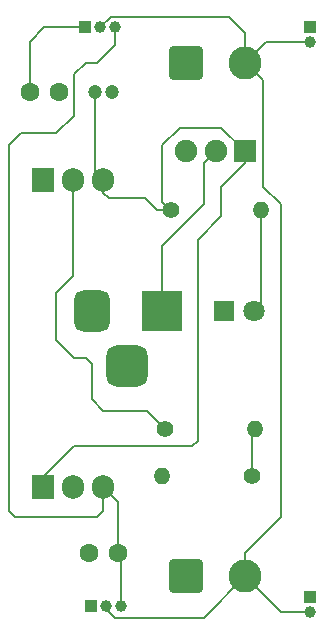
<source format=gbr>
%TF.GenerationSoftware,KiCad,Pcbnew,9.0.1*%
%TF.CreationDate,2025-05-11T23:30:34+05:30*%
%TF.ProjectId,Breadboard Power Supply,42726561-6462-46f6-9172-6420506f7765,1*%
%TF.SameCoordinates,Original*%
%TF.FileFunction,Copper,L1,Top*%
%TF.FilePolarity,Positive*%
%FSLAX46Y46*%
G04 Gerber Fmt 4.6, Leading zero omitted, Abs format (unit mm)*
G04 Created by KiCad (PCBNEW 9.0.1) date 2025-05-11 23:30:34*
%MOMM*%
%LPD*%
G01*
G04 APERTURE LIST*
G04 Aperture macros list*
%AMRoundRect*
0 Rectangle with rounded corners*
0 $1 Rounding radius*
0 $2 $3 $4 $5 $6 $7 $8 $9 X,Y pos of 4 corners*
0 Add a 4 corners polygon primitive as box body*
4,1,4,$2,$3,$4,$5,$6,$7,$8,$9,$2,$3,0*
0 Add four circle primitives for the rounded corners*
1,1,$1+$1,$2,$3*
1,1,$1+$1,$4,$5*
1,1,$1+$1,$6,$7*
1,1,$1+$1,$8,$9*
0 Add four rect primitives between the rounded corners*
20,1,$1+$1,$2,$3,$4,$5,0*
20,1,$1+$1,$4,$5,$6,$7,0*
20,1,$1+$1,$6,$7,$8,$9,0*
20,1,$1+$1,$8,$9,$2,$3,0*%
G04 Aperture macros list end*
%TA.AperFunction,ComponentPad*%
%ADD10R,1.905000X2.000000*%
%TD*%
%TA.AperFunction,ComponentPad*%
%ADD11O,1.905000X2.000000*%
%TD*%
%TA.AperFunction,ComponentPad*%
%ADD12R,1.900000X1.900000*%
%TD*%
%TA.AperFunction,ComponentPad*%
%ADD13C,1.900000*%
%TD*%
%TA.AperFunction,ComponentPad*%
%ADD14C,1.400000*%
%TD*%
%TA.AperFunction,ComponentPad*%
%ADD15O,1.400000X1.400000*%
%TD*%
%TA.AperFunction,ComponentPad*%
%ADD16RoundRect,0.250001X-1.149999X-1.149999X1.149999X-1.149999X1.149999X1.149999X-1.149999X1.149999X0*%
%TD*%
%TA.AperFunction,ComponentPad*%
%ADD17C,2.800000*%
%TD*%
%TA.AperFunction,ComponentPad*%
%ADD18R,1.000000X1.000000*%
%TD*%
%TA.AperFunction,ComponentPad*%
%ADD19C,1.000000*%
%TD*%
%TA.AperFunction,ComponentPad*%
%ADD20R,3.500000X3.500000*%
%TD*%
%TA.AperFunction,ComponentPad*%
%ADD21RoundRect,0.750000X-0.750000X-1.000000X0.750000X-1.000000X0.750000X1.000000X-0.750000X1.000000X0*%
%TD*%
%TA.AperFunction,ComponentPad*%
%ADD22RoundRect,0.875000X-0.875000X-0.875000X0.875000X-0.875000X0.875000X0.875000X-0.875000X0.875000X0*%
%TD*%
%TA.AperFunction,ComponentPad*%
%ADD23R,1.800000X1.800000*%
%TD*%
%TA.AperFunction,ComponentPad*%
%ADD24C,1.800000*%
%TD*%
%TA.AperFunction,ComponentPad*%
%ADD25C,1.600000*%
%TD*%
%TA.AperFunction,ComponentPad*%
%ADD26C,1.200000*%
%TD*%
%TA.AperFunction,Conductor*%
%ADD27C,0.200000*%
%TD*%
G04 APERTURE END LIST*
D10*
%TO.P,U2,1,VI*%
%TO.N,/12V*%
X120420000Y-105445000D03*
D11*
%TO.P,U2,2,GND*%
%TO.N,GND*%
X122960000Y-105445000D03*
%TO.P,U2,3,VO*%
%TO.N,/5V*%
X125500000Y-105445000D03*
%TD*%
D10*
%TO.P,U1,1,ADJ*%
%TO.N,Net-(U1-ADJ)*%
X120420000Y-79445000D03*
D11*
%TO.P,U1,2,VO*%
%TO.N,/3.3V*%
X122960000Y-79445000D03*
%TO.P,U1,3,VI*%
%TO.N,/12V*%
X125500000Y-79445000D03*
%TD*%
D12*
%TO.P,S1,1*%
%TO.N,/12V*%
X137500000Y-77000000D03*
D13*
%TO.P,S1,2*%
%TO.N,/PWR_input*%
X135000000Y-77000000D03*
%TO.P,S1,3*%
%TO.N,unconnected-(S1-Pad3)*%
X132500000Y-77000000D03*
%TD*%
D14*
%TO.P,R3,1*%
%TO.N,/3.3V*%
X130690000Y-100500000D03*
D15*
%TO.P,R3,2*%
%TO.N,Net-(U1-ADJ)*%
X138310000Y-100500000D03*
%TD*%
D14*
%TO.P,R2,1*%
%TO.N,Net-(U1-ADJ)*%
X138120000Y-104500000D03*
D15*
%TO.P,R2,2*%
%TO.N,GND*%
X130500000Y-104500000D03*
%TD*%
D14*
%TO.P,R1,1*%
%TO.N,/12V*%
X131190000Y-82000000D03*
D15*
%TO.P,R1,2*%
%TO.N,Net-(D1-A)*%
X138810000Y-82000000D03*
%TD*%
D16*
%TO.P,J7,1,Pin_1*%
%TO.N,GND*%
X132500000Y-113000000D03*
D17*
%TO.P,J7,2,Pin_2*%
%TO.N,/PWR_output*%
X137500000Y-113000000D03*
%TD*%
D18*
%TO.P,J6,1,Pin_1*%
%TO.N,/3.3V*%
X124460000Y-115500000D03*
D19*
%TO.P,J6,2,Pin_2*%
%TO.N,/PWR_output*%
X125730000Y-115500000D03*
%TO.P,J6,3,Pin_3*%
%TO.N,/5V*%
X127000000Y-115500000D03*
%TD*%
D18*
%TO.P,J5,1,Pin_1*%
%TO.N,/3.3V*%
X123960000Y-66500000D03*
D19*
%TO.P,J5,2,Pin_2*%
%TO.N,/PWR_output*%
X125230000Y-66500000D03*
%TO.P,J5,3,Pin_3*%
%TO.N,/5V*%
X126500000Y-66500000D03*
%TD*%
D18*
%TO.P,J4,1,Pin_1*%
%TO.N,GND*%
X143000000Y-66500000D03*
D19*
%TO.P,J4,2,Pin_2*%
%TO.N,/PWR_output*%
X143000000Y-67770000D03*
%TD*%
D18*
%TO.P,J3,1,Pin_1*%
%TO.N,GND*%
X143000000Y-114750000D03*
D19*
%TO.P,J3,2,Pin_2*%
%TO.N,/PWR_output*%
X143000000Y-116020000D03*
%TD*%
D16*
%TO.P,J2,1,Pin_1*%
%TO.N,GND*%
X132500000Y-69500000D03*
D17*
%TO.P,J2,2,Pin_2*%
%TO.N,/PWR_output*%
X137500000Y-69500000D03*
%TD*%
D20*
%TO.P,J1,1*%
%TO.N,/PWR_input*%
X130500000Y-90500000D03*
D21*
%TO.P,J1,2*%
%TO.N,GND*%
X124500000Y-90500000D03*
D22*
%TO.P,J1,3*%
X127500000Y-95200000D03*
%TD*%
D23*
%TO.P,D1,1,K*%
%TO.N,GND*%
X135730000Y-90500000D03*
D24*
%TO.P,D1,2,A*%
%TO.N,Net-(D1-A)*%
X138270000Y-90500000D03*
%TD*%
D25*
%TO.P,C3,1*%
%TO.N,/3.3V*%
X119250000Y-72000000D03*
%TO.P,C3,2*%
%TO.N,GND*%
X121750000Y-72000000D03*
%TD*%
%TO.P,C2,1*%
%TO.N,/5V*%
X126750000Y-111000000D03*
%TO.P,C2,2*%
%TO.N,GND*%
X124250000Y-111000000D03*
%TD*%
D26*
%TO.P,C1,1*%
%TO.N,/12V*%
X124750000Y-72000000D03*
%TO.P,C1,2*%
%TO.N,GND*%
X126250000Y-72000000D03*
%TD*%
D27*
%TO.N,/PWR_input*%
X135000000Y-77000000D02*
X134000000Y-78000000D01*
X134000000Y-78000000D02*
X134000000Y-81500000D01*
X130500000Y-85000000D02*
X130500000Y-90500000D01*
X134000000Y-81500000D02*
X130500000Y-85000000D01*
%TO.N,/PWR_output*%
X137500000Y-113000000D02*
X140520000Y-116020000D01*
X140520000Y-116020000D02*
X143000000Y-116020000D01*
%TO.N,/5V*%
X125500000Y-105445000D02*
X125500000Y-107500000D01*
X125500000Y-107500000D02*
X125000000Y-108000000D01*
X117500000Y-76500000D02*
X118500000Y-75500000D01*
X125000000Y-108000000D02*
X118000000Y-108000000D01*
X118500000Y-75500000D02*
X121500000Y-75500000D01*
X125000000Y-69500000D02*
X126500000Y-68000000D01*
X126500000Y-68000000D02*
X126500000Y-66500000D01*
X118000000Y-108000000D02*
X117500000Y-107500000D01*
X123000000Y-70500000D02*
X124000000Y-69500000D01*
X117500000Y-107500000D02*
X117500000Y-76500000D01*
X121500000Y-75500000D02*
X123000000Y-74000000D01*
X123000000Y-74000000D02*
X123000000Y-70500000D01*
X124000000Y-69500000D02*
X125000000Y-69500000D01*
%TO.N,/PWR_output*%
X137500000Y-69500000D02*
X139000000Y-71000000D01*
X139000000Y-71000000D02*
X139000000Y-80000000D01*
X139000000Y-80000000D02*
X140500000Y-81500000D01*
X140500000Y-81500000D02*
X140500000Y-108000000D01*
X140500000Y-108000000D02*
X137500000Y-111000000D01*
X137500000Y-111000000D02*
X137500000Y-113000000D01*
X125730000Y-115500000D02*
X125730000Y-115730000D01*
X125730000Y-115730000D02*
X126500000Y-116500000D01*
X126500000Y-116500000D02*
X134000000Y-116500000D01*
X134000000Y-116500000D02*
X137500000Y-113000000D01*
%TO.N,/5V*%
X126750000Y-111000000D02*
X126750000Y-111250000D01*
X126750000Y-111250000D02*
X127000000Y-111500000D01*
X127000000Y-111500000D02*
X127000000Y-115500000D01*
X126750000Y-111000000D02*
X126750000Y-106695000D01*
X126750000Y-106695000D02*
X125500000Y-105445000D01*
%TO.N,/12V*%
X137500000Y-77000000D02*
X137500000Y-78000000D01*
X135500000Y-82500000D02*
X133500000Y-84500000D01*
X133500000Y-101500000D02*
X133000000Y-102000000D01*
X137500000Y-78000000D02*
X135500000Y-80000000D01*
X135500000Y-80000000D02*
X135500000Y-82500000D01*
X133500000Y-84500000D02*
X133500000Y-101500000D01*
X133000000Y-102000000D02*
X123000000Y-102000000D01*
X123000000Y-102000000D02*
X120420000Y-104580000D01*
X120420000Y-104580000D02*
X120420000Y-105445000D01*
X137500000Y-77000000D02*
X135500000Y-75000000D01*
X135500000Y-75000000D02*
X132000000Y-75000000D01*
X132000000Y-75000000D02*
X130500000Y-76500000D01*
X130500000Y-76500000D02*
X130500000Y-81310000D01*
X130500000Y-81310000D02*
X131190000Y-82000000D01*
%TO.N,/3.3V*%
X122960000Y-79445000D02*
X122960000Y-87540000D01*
X122960000Y-87540000D02*
X121500000Y-89000000D01*
X121500000Y-89000000D02*
X121500000Y-93000000D01*
X121500000Y-93000000D02*
X123000000Y-94500000D01*
X123000000Y-94500000D02*
X124000000Y-94500000D01*
X124000000Y-94500000D02*
X124500000Y-95000000D01*
X124500000Y-95000000D02*
X124500000Y-98000000D01*
X124500000Y-98000000D02*
X125500000Y-99000000D01*
X125500000Y-99000000D02*
X129190000Y-99000000D01*
X129190000Y-99000000D02*
X130690000Y-100500000D01*
%TO.N,Net-(U1-ADJ)*%
X138120000Y-104500000D02*
X138120000Y-100690000D01*
X138120000Y-100690000D02*
X138310000Y-100500000D01*
%TO.N,Net-(D1-A)*%
X138810000Y-82000000D02*
X138810000Y-89960000D01*
X138810000Y-89960000D02*
X138270000Y-90500000D01*
%TO.N,/PWR_input*%
X131500000Y-89000000D02*
X130000000Y-90500000D01*
%TO.N,/12V*%
X124750000Y-72000000D02*
X124750000Y-78695000D01*
X124750000Y-78695000D02*
X125500000Y-79445000D01*
X126000000Y-81000000D02*
X129000000Y-81000000D01*
X125500000Y-80500000D02*
X126000000Y-81000000D01*
X129000000Y-81000000D02*
X130000000Y-82000000D01*
X125500000Y-79445000D02*
X125500000Y-80500000D01*
X130000000Y-82000000D02*
X131190000Y-82000000D01*
%TO.N,/PWR_output*%
X125230000Y-66500000D02*
X126129000Y-65601000D01*
X126129000Y-65601000D02*
X136101000Y-65601000D01*
X136101000Y-65601000D02*
X137500000Y-67000000D01*
X137500000Y-67000000D02*
X137500000Y-69500000D01*
X143000000Y-67770000D02*
X139230000Y-67770000D01*
X139230000Y-67770000D02*
X137500000Y-69500000D01*
%TO.N,/3.3V*%
X119250000Y-72000000D02*
X119250000Y-67750000D01*
X119250000Y-67750000D02*
X120500000Y-66500000D01*
X120500000Y-66500000D02*
X123960000Y-66500000D01*
%TD*%
M02*

</source>
